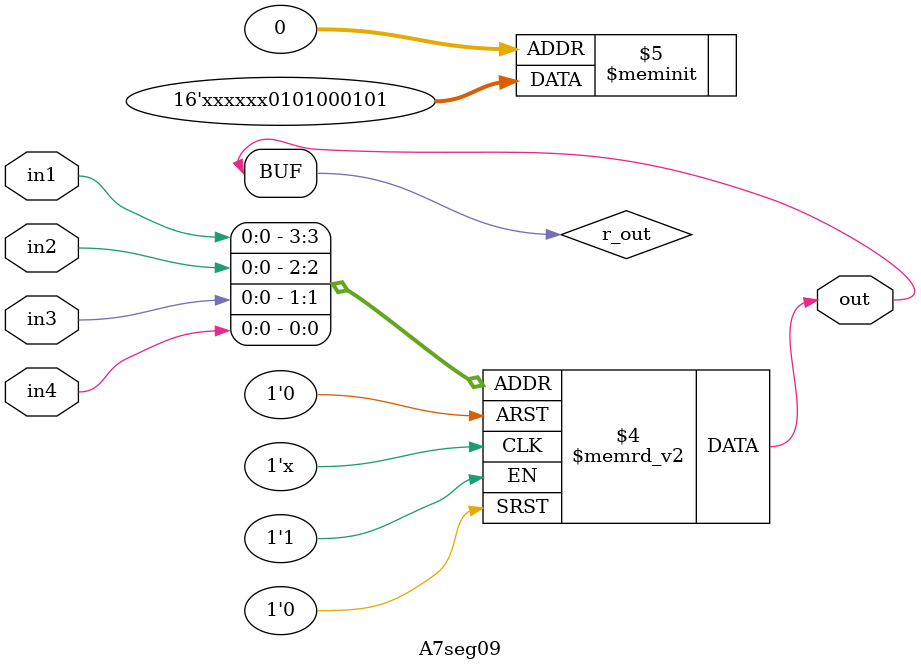
<source format=v>
module A7seg09(output out, input in1, in2, in3, in4);
  reg r_out;
  assign out = r_out;
  always@(in1, in2, in3, in4)
    begin
      case({in1, in2, in3, in4})
        4'b0000: out = 1'b1;
        4'b0001: out = 1'b0;
        4'b0010: out = 1'b1;
        4'b0011: out = 1'b0;
        4'b0100: out = 1'b0;
        4'b0101: out = 1'b0;
        4'b0110: out = 1'b1;
        4'b0111: out = 1'b0;
	4'b1000: out = 1'b1;
        4'b1001: out = 1'b0;
        4'b1010: out = 1'bx;
        4'b1011: out = 1'bx;
        4'b1100: out = 1'bx;
        4'b1101: out = 1'bx;
        4'b1110: out = 1'bx;
        4'b1111: out = 1'bx;
	
        default: out = 1'b0;
      endcase
    end
endmodule

</source>
